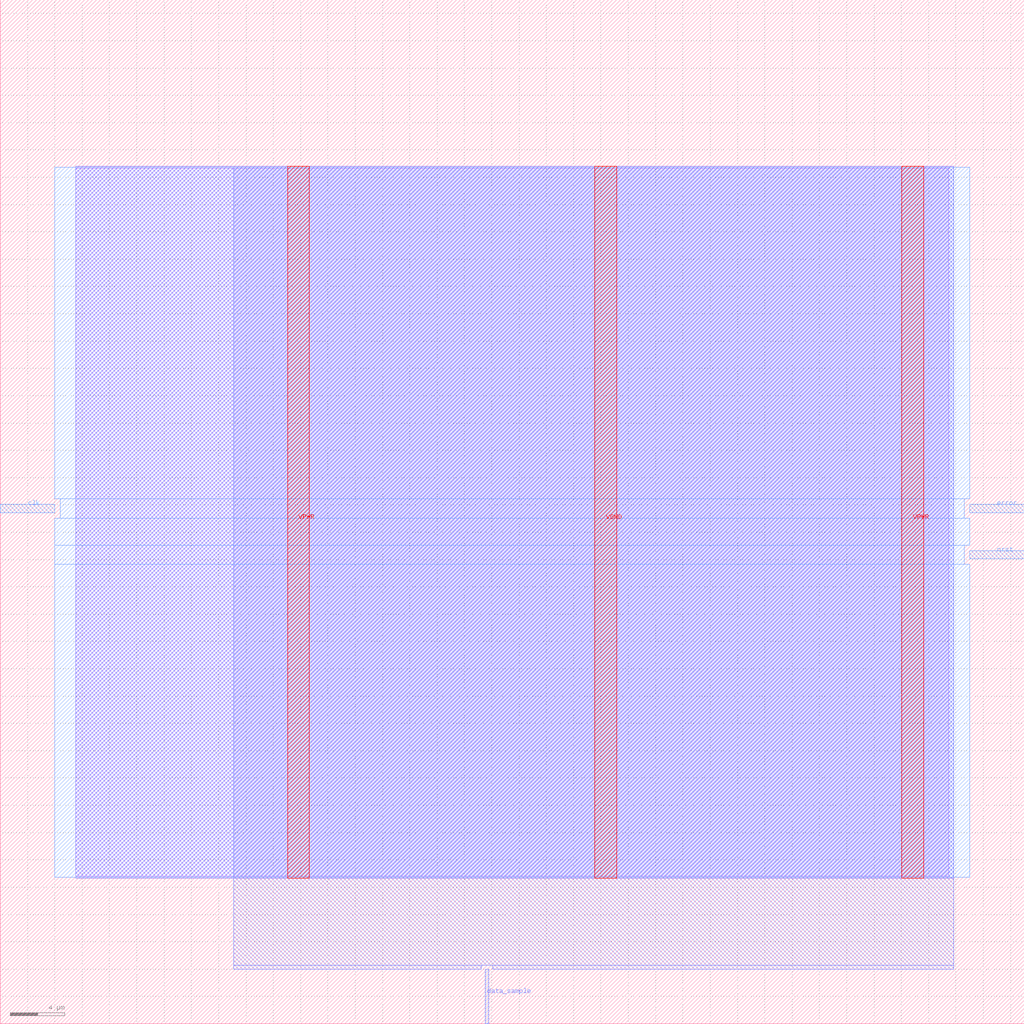
<source format=lef>
VERSION 5.7 ;
  NOWIREEXTENSIONATPIN ON ;
  DIVIDERCHAR "/" ;
  BUSBITCHARS "[]" ;
MACRO Top_lsu
  CLASS BLOCK ;
  FOREIGN Top_lsu ;
  ORIGIN 0.000 0.000 ;
  SIZE 75.000 BY 75.000 ;
  PIN VGND
    DIRECTION INOUT ;
    USE GROUND ;
    PORT
      LAYER met4 ;
        RECT 43.540 10.640 45.140 62.800 ;
    END
  END VGND
  PIN VPWR
    DIRECTION INOUT ;
    USE POWER ;
    PORT
      LAYER met4 ;
        RECT 21.040 10.640 22.640 62.800 ;
    END
    PORT
      LAYER met4 ;
        RECT 66.040 10.640 67.640 62.800 ;
    END
  END VPWR
  PIN clk
    DIRECTION INPUT ;
    USE SIGNAL ;
    ANTENNAGATEAREA 0.852000 ;
    PORT
      LAYER met3 ;
        RECT 0.000 37.440 4.000 38.040 ;
    END
  END clk
  PIN data_sample
    DIRECTION INPUT ;
    USE SIGNAL ;
    ANTENNAGATEAREA 0.196500 ;
    PORT
      LAYER met2 ;
        RECT 35.510 0.000 35.790 4.000 ;
    END
  END data_sample
  PIN error
    DIRECTION OUTPUT ;
    USE SIGNAL ;
    ANTENNADIFFAREA 0.445500 ;
    PORT
      LAYER met3 ;
        RECT 71.000 37.440 75.000 38.040 ;
    END
  END error
  PIN nrst
    DIRECTION INPUT ;
    USE SIGNAL ;
    ANTENNAGATEAREA 0.196500 ;
    PORT
      LAYER met3 ;
        RECT 71.000 34.040 75.000 34.640 ;
    END
  END nrst
  OBS
      LAYER li1 ;
        RECT 5.520 10.795 69.460 62.645 ;
      LAYER met1 ;
        RECT 5.520 10.640 69.850 62.800 ;
      LAYER met2 ;
        RECT 17.110 4.280 69.830 62.745 ;
        RECT 17.110 4.000 35.230 4.280 ;
        RECT 36.070 4.000 69.830 4.280 ;
      LAYER met3 ;
        RECT 4.000 38.440 71.000 62.725 ;
        RECT 4.400 37.040 70.600 38.440 ;
        RECT 4.000 35.040 71.000 37.040 ;
        RECT 4.000 33.640 70.600 35.040 ;
        RECT 4.000 10.715 71.000 33.640 ;
  END
END Top_lsu
END LIBRARY


</source>
